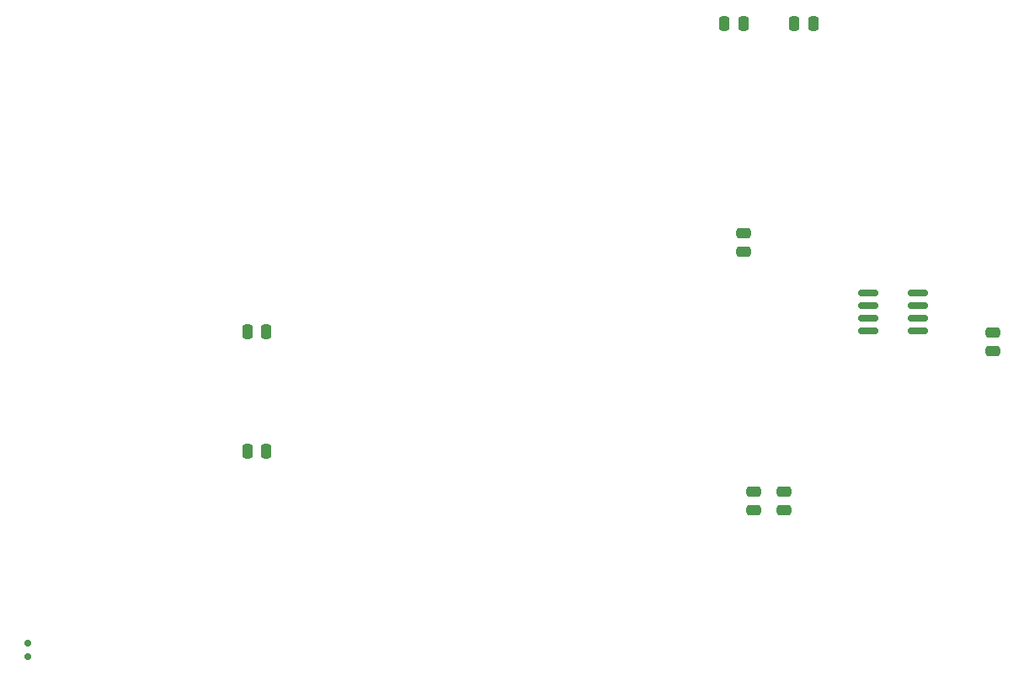
<source format=gbr>
%TF.GenerationSoftware,KiCad,Pcbnew,8.0.5*%
%TF.CreationDate,2024-09-18T16:37:26+03:00*%
%TF.ProjectId,TDR_test,5444525f-7465-4737-942e-6b696361645f,rev?*%
%TF.SameCoordinates,Original*%
%TF.FileFunction,Paste,Top*%
%TF.FilePolarity,Positive*%
%FSLAX46Y46*%
G04 Gerber Fmt 4.6, Leading zero omitted, Abs format (unit mm)*
G04 Created by KiCad (PCBNEW 8.0.5) date 2024-09-18 16:37:26*
%MOMM*%
%LPD*%
G01*
G04 APERTURE LIST*
G04 Aperture macros list*
%AMRoundRect*
0 Rectangle with rounded corners*
0 $1 Rounding radius*
0 $2 $3 $4 $5 $6 $7 $8 $9 X,Y pos of 4 corners*
0 Add a 4 corners polygon primitive as box body*
4,1,4,$2,$3,$4,$5,$6,$7,$8,$9,$2,$3,0*
0 Add four circle primitives for the rounded corners*
1,1,$1+$1,$2,$3*
1,1,$1+$1,$4,$5*
1,1,$1+$1,$6,$7*
1,1,$1+$1,$8,$9*
0 Add four rect primitives between the rounded corners*
20,1,$1+$1,$2,$3,$4,$5,0*
20,1,$1+$1,$4,$5,$6,$7,0*
20,1,$1+$1,$6,$7,$8,$9,0*
20,1,$1+$1,$8,$9,$2,$3,0*%
G04 Aperture macros list end*
%ADD10RoundRect,0.250000X-0.475000X0.250000X-0.475000X-0.250000X0.475000X-0.250000X0.475000X0.250000X0*%
%ADD11RoundRect,0.250000X0.475000X-0.250000X0.475000X0.250000X-0.475000X0.250000X-0.475000X-0.250000X0*%
%ADD12RoundRect,0.250000X0.250000X0.475000X-0.250000X0.475000X-0.250000X-0.475000X0.250000X-0.475000X0*%
%ADD13RoundRect,0.150000X0.825000X0.150000X-0.825000X0.150000X-0.825000X-0.150000X0.825000X-0.150000X0*%
%ADD14RoundRect,0.150000X-0.200000X0.150000X-0.200000X-0.150000X0.200000X-0.150000X0.200000X0.150000X0*%
G04 APERTURE END LIST*
D10*
%TO.C,C10*%
X155000000Y-108050000D03*
X155000000Y-109950000D03*
%TD*%
%TO.C,C9*%
X130000000Y-98050000D03*
X130000000Y-99950000D03*
%TD*%
D11*
%TO.C,C8*%
X134000000Y-125950000D03*
X134000000Y-124050000D03*
%TD*%
D10*
%TO.C,C7*%
X131000000Y-124050000D03*
X131000000Y-125950000D03*
%TD*%
D12*
%TO.C,C4*%
X136950000Y-77000000D03*
X135050000Y-77000000D03*
%TD*%
%TO.C,C3*%
X129950000Y-77000000D03*
X128050000Y-77000000D03*
%TD*%
%TO.C,C2*%
X81950000Y-120000000D03*
X80050000Y-120000000D03*
%TD*%
%TO.C,C1*%
X81950000Y-108000000D03*
X80050000Y-108000000D03*
%TD*%
D13*
%TO.C,U2*%
X147475000Y-107905000D03*
X147475000Y-106635000D03*
X147475000Y-105365000D03*
X147475000Y-104095000D03*
X142525000Y-104095000D03*
X142525000Y-105365000D03*
X142525000Y-106635000D03*
X142525000Y-107905000D03*
%TD*%
D14*
%TO.C,D1*%
X58000000Y-140700000D03*
X58000000Y-139300000D03*
%TD*%
M02*

</source>
